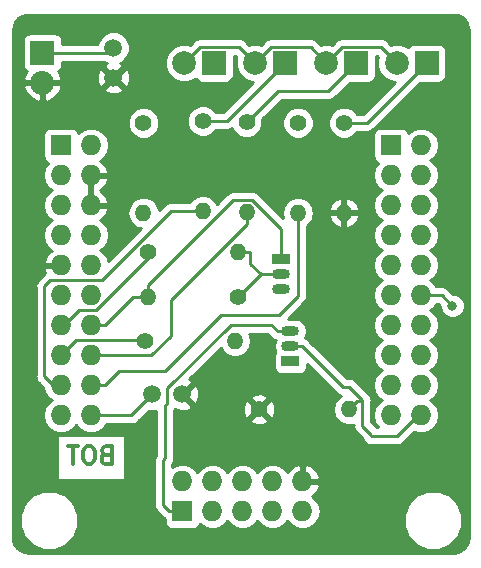
<source format=gbl>
G04 #@! TF.GenerationSoftware,KiCad,Pcbnew,(5.0.0)*
G04 #@! TF.CreationDate,2019-04-22T16:32:08+09:00*
G04 #@! TF.ProjectId,USBi_Programmer,555342695F50726F6772616D6D65722E,rev?*
G04 #@! TF.SameCoordinates,Original*
G04 #@! TF.FileFunction,Copper,L2,Bot,Signal*
G04 #@! TF.FilePolarity,Positive*
%FSLAX46Y46*%
G04 Gerber Fmt 4.6, Leading zero omitted, Abs format (unit mm)*
G04 Created by KiCad (PCBNEW (5.0.0)) date 04/22/19 16:32:08*
%MOMM*%
%LPD*%
G01*
G04 APERTURE LIST*
G04 #@! TA.AperFunction,NonConductor*
%ADD10C,0.300000*%
G04 #@! TD*
G04 #@! TA.AperFunction,ComponentPad*
%ADD11O,1.500000X0.900000*%
G04 #@! TD*
G04 #@! TA.AperFunction,ComponentPad*
%ADD12R,1.500000X0.900000*%
G04 #@! TD*
G04 #@! TA.AperFunction,ComponentPad*
%ADD13C,1.501140*%
G04 #@! TD*
G04 #@! TA.AperFunction,ComponentPad*
%ADD14R,2.000000X2.000000*%
G04 #@! TD*
G04 #@! TA.AperFunction,ComponentPad*
%ADD15C,2.000000*%
G04 #@! TD*
G04 #@! TA.AperFunction,ComponentPad*
%ADD16O,1.727200X1.727200*%
G04 #@! TD*
G04 #@! TA.AperFunction,ComponentPad*
%ADD17R,1.727200X1.727200*%
G04 #@! TD*
G04 #@! TA.AperFunction,ComponentPad*
%ADD18R,2.032000X2.032000*%
G04 #@! TD*
G04 #@! TA.AperFunction,ComponentPad*
%ADD19O,2.032000X2.032000*%
G04 #@! TD*
G04 #@! TA.AperFunction,ComponentPad*
%ADD20O,1.400000X1.400000*%
G04 #@! TD*
G04 #@! TA.AperFunction,ComponentPad*
%ADD21C,1.400000*%
G04 #@! TD*
G04 #@! TA.AperFunction,ViaPad*
%ADD22C,0.800000*%
G04 #@! TD*
G04 #@! TA.AperFunction,Conductor*
%ADD23C,0.250000*%
G04 #@! TD*
G04 #@! TA.AperFunction,Conductor*
%ADD24C,0.254000*%
G04 #@! TD*
G04 APERTURE END LIST*
D10*
X108565000Y-170961857D02*
X108350714Y-171033285D01*
X108279285Y-171104714D01*
X108207857Y-171247571D01*
X108207857Y-171461857D01*
X108279285Y-171604714D01*
X108350714Y-171676142D01*
X108493571Y-171747571D01*
X109065000Y-171747571D01*
X109065000Y-170247571D01*
X108565000Y-170247571D01*
X108422142Y-170319000D01*
X108350714Y-170390428D01*
X108279285Y-170533285D01*
X108279285Y-170676142D01*
X108350714Y-170819000D01*
X108422142Y-170890428D01*
X108565000Y-170961857D01*
X109065000Y-170961857D01*
X107279285Y-170247571D02*
X106993571Y-170247571D01*
X106850714Y-170319000D01*
X106707857Y-170461857D01*
X106636428Y-170747571D01*
X106636428Y-171247571D01*
X106707857Y-171533285D01*
X106850714Y-171676142D01*
X106993571Y-171747571D01*
X107279285Y-171747571D01*
X107422142Y-171676142D01*
X107565000Y-171533285D01*
X107636428Y-171247571D01*
X107636428Y-170747571D01*
X107565000Y-170461857D01*
X107422142Y-170319000D01*
X107279285Y-170247571D01*
X106207857Y-170247571D02*
X105350714Y-170247571D01*
X105779285Y-171747571D02*
X105779285Y-170247571D01*
D11*
G04 #@! TO.P,Q1,2*
G04 #@! TO.N,USB_PWR_ON*
X124206000Y-161798000D03*
G04 #@! TO.P,Q1,3*
G04 #@! TO.N,Net-(P2-Pad1)*
X124206000Y-160528000D03*
D12*
G04 #@! TO.P,Q1,1*
G04 #@! TO.N,SCL*
X124206000Y-163068000D03*
G04 #@! TD*
D13*
G04 #@! TO.P,C1,2*
G04 #@! TO.N,GND*
X109220000Y-139065000D03*
G04 #@! TO.P,C1,1*
G04 #@! TO.N,+5VD*
X109220000Y-136525000D03*
G04 #@! TD*
D14*
G04 #@! TO.P,D1,1*
G04 #@! TO.N,Net-(D1-Pad1)*
X129779000Y-137811000D03*
D15*
G04 #@! TO.P,D1,2*
G04 #@! TO.N,+3V3*
X127239000Y-137811000D03*
G04 #@! TD*
D14*
G04 #@! TO.P,D2,1*
G04 #@! TO.N,Net-(D2-Pad1)*
X123739000Y-137811000D03*
D15*
G04 #@! TO.P,D2,2*
G04 #@! TO.N,+3V3*
X121199000Y-137811000D03*
G04 #@! TD*
D14*
G04 #@! TO.P,D3,1*
G04 #@! TO.N,Net-(D3-Pad1)*
X117739000Y-137811000D03*
D15*
G04 #@! TO.P,D3,2*
G04 #@! TO.N,+3V3*
X115199000Y-137811000D03*
G04 #@! TD*
D14*
G04 #@! TO.P,D4,1*
G04 #@! TO.N,Net-(D4-Pad1)*
X135739000Y-137811000D03*
D15*
G04 #@! TO.P,D4,2*
G04 #@! TO.N,+3V3*
X133199000Y-137811000D03*
G04 #@! TD*
D13*
G04 #@! TO.P,C2,2*
G04 #@! TO.N,GND*
X115062000Y-165862000D03*
G04 #@! TO.P,C2,1*
G04 #@! TO.N,+3V3*
X112522000Y-165862000D03*
G04 #@! TD*
D16*
G04 #@! TO.P,P1,20*
G04 #@! TO.N,+3V3*
X107315000Y-167640000D03*
G04 #@! TO.P,P1,19*
G04 #@! TO.N,N/C*
X104775000Y-167640000D03*
G04 #@! TO.P,P1,18*
G04 #@! TO.N,LED_3*
X107315000Y-165100000D03*
G04 #@! TO.P,P1,17*
G04 #@! TO.N,LED_2*
X104775000Y-165100000D03*
G04 #@! TO.P,P1,16*
G04 #@! TO.N,LED_1*
X107315000Y-162560000D03*
G04 #@! TO.P,P1,15*
G04 #@! TO.N,Net-(P1-Pad15)*
X104775000Y-162560000D03*
G04 #@! TO.P,P1,14*
G04 #@! TO.N,SDA*
X107315000Y-160020000D03*
G04 #@! TO.P,P1,13*
G04 #@! TO.N,SCL*
X104775000Y-160020000D03*
G04 #@! TO.P,P1,12*
G04 #@! TO.N,N/C*
X107315000Y-157480000D03*
G04 #@! TO.P,P1,11*
G04 #@! TO.N,GND*
X104775000Y-157480000D03*
G04 #@! TO.P,P1,10*
G04 #@! TO.N,N/C*
X107315000Y-154940000D03*
G04 #@! TO.P,P1,9*
G04 #@! TO.N,GND*
X104775000Y-154940000D03*
G04 #@! TO.P,P1,8*
G04 #@! TO.N,N/C*
X107315000Y-152400000D03*
G04 #@! TO.P,P1,7*
X104775000Y-152400000D03*
G04 #@! TO.P,P1,6*
G04 #@! TO.N,GND*
X107315000Y-149860000D03*
G04 #@! TO.P,P1,5*
G04 #@! TO.N,Net-(P1-Pad5)*
X104775000Y-149860000D03*
G04 #@! TO.P,P1,4*
G04 #@! TO.N,GND*
X107315000Y-147320000D03*
G04 #@! TO.P,P1,3*
G04 #@! TO.N,N/C*
X104775000Y-147320000D03*
G04 #@! TO.P,P1,2*
X107315000Y-144780000D03*
D17*
G04 #@! TO.P,P1,1*
X104775000Y-144780000D03*
G04 #@! TD*
G04 #@! TO.P,P2,1*
G04 #@! TO.N,Net-(P2-Pad1)*
X115062000Y-175768000D03*
D16*
G04 #@! TO.P,P2,2*
G04 #@! TO.N,USB_CLK*
X115062000Y-173228000D03*
G04 #@! TO.P,P2,3*
G04 #@! TO.N,Net-(P2-Pad3)*
X117602000Y-175768000D03*
G04 #@! TO.P,P2,4*
G04 #@! TO.N,+5VD*
X117602000Y-173228000D03*
G04 #@! TO.P,P2,5*
G04 #@! TO.N,COUT*
X120142000Y-175768000D03*
G04 #@! TO.P,P2,6*
G04 #@! TO.N,BRD_~RESET*
X120142000Y-173228000D03*
G04 #@! TO.P,P2,7*
G04 #@! TO.N,CCLK*
X122682000Y-175768000D03*
G04 #@! TO.P,P2,8*
G04 #@! TO.N,CDATA*
X122682000Y-173228000D03*
G04 #@! TO.P,P2,9*
G04 #@! TO.N,~CLATCH1*
X125222000Y-175768000D03*
G04 #@! TO.P,P2,10*
G04 #@! TO.N,GND*
X125222000Y-173228000D03*
G04 #@! TD*
D18*
G04 #@! TO.P,P3,1*
G04 #@! TO.N,+5VD*
X103205000Y-136935000D03*
D19*
G04 #@! TO.P,P3,2*
G04 #@! TO.N,GND*
X103205000Y-139475000D03*
G04 #@! TD*
D17*
G04 #@! TO.P,P4,1*
G04 #@! TO.N,N/C*
X132715000Y-144780000D03*
D16*
G04 #@! TO.P,P4,2*
X135255000Y-144780000D03*
G04 #@! TO.P,P4,3*
X132715000Y-147320000D03*
G04 #@! TO.P,P4,4*
X135255000Y-147320000D03*
G04 #@! TO.P,P4,5*
X132715000Y-149860000D03*
G04 #@! TO.P,P4,6*
G04 #@! TO.N,CCLK*
X135255000Y-149860000D03*
G04 #@! TO.P,P4,7*
G04 #@! TO.N,N/C*
X132715000Y-152400000D03*
G04 #@! TO.P,P4,8*
X135255000Y-152400000D03*
G04 #@! TO.P,P4,9*
X132715000Y-154940000D03*
G04 #@! TO.P,P4,10*
X135255000Y-154940000D03*
G04 #@! TO.P,P4,11*
G04 #@! TO.N,~CLATCH1*
X132715000Y-157480000D03*
G04 #@! TO.P,P4,12*
G04 #@! TO.N,COUT*
X135255000Y-157480000D03*
G04 #@! TO.P,P4,13*
G04 #@! TO.N,CDATA*
X132715000Y-160020000D03*
G04 #@! TO.P,P4,14*
G04 #@! TO.N,N/C*
X135255000Y-160020000D03*
G04 #@! TO.P,P4,15*
X132715000Y-162560000D03*
G04 #@! TO.P,P4,16*
X135255000Y-162560000D03*
G04 #@! TO.P,P4,17*
X132715000Y-165100000D03*
G04 #@! TO.P,P4,18*
X135255000Y-165100000D03*
G04 #@! TO.P,P4,19*
X132715000Y-167640000D03*
G04 #@! TO.P,P4,20*
G04 #@! TO.N,USB_PWR_ON*
X135255000Y-167640000D03*
G04 #@! TD*
D20*
G04 #@! TO.P,R1,2*
G04 #@! TO.N,USB_CLK*
X111760000Y-150495000D03*
D21*
G04 #@! TO.P,R1,1*
G04 #@! TO.N,Net-(P1-Pad5)*
X111760000Y-142875000D03*
G04 #@! TD*
G04 #@! TO.P,R2,1*
G04 #@! TO.N,Net-(P1-Pad15)*
X111887000Y-161370000D03*
D20*
G04 #@! TO.P,R2,2*
G04 #@! TO.N,BRD_~RESET*
X119507000Y-161370000D03*
G04 #@! TD*
D21*
G04 #@! TO.P,R3,1*
G04 #@! TO.N,SCL*
X112149000Y-153797000D03*
D20*
G04 #@! TO.P,R3,2*
G04 #@! TO.N,USB_PWR_ON*
X119769000Y-153797000D03*
G04 #@! TD*
G04 #@! TO.P,R4,2*
G04 #@! TO.N,SDA*
X112171000Y-157622000D03*
D21*
G04 #@! TO.P,R4,1*
G04 #@! TO.N,USB_PWR_ON*
X119791000Y-157622000D03*
G04 #@! TD*
D20*
G04 #@! TO.P,R5,2*
G04 #@! TO.N,LED_1*
X120487000Y-150444000D03*
D21*
G04 #@! TO.P,R5,1*
G04 #@! TO.N,Net-(D1-Pad1)*
X120487000Y-142824000D03*
G04 #@! TD*
D20*
G04 #@! TO.P,R6,2*
G04 #@! TO.N,LED_2*
X116784000Y-150340000D03*
D21*
G04 #@! TO.P,R6,1*
G04 #@! TO.N,Net-(D2-Pad1)*
X116784000Y-142720000D03*
G04 #@! TD*
G04 #@! TO.P,R7,1*
G04 #@! TO.N,Net-(D3-Pad1)*
X124841000Y-142875000D03*
D20*
G04 #@! TO.P,R7,2*
G04 #@! TO.N,LED_3*
X124841000Y-150495000D03*
G04 #@! TD*
D21*
G04 #@! TO.P,R8,1*
G04 #@! TO.N,GND*
X121539000Y-167132000D03*
D20*
G04 #@! TO.P,R8,2*
G04 #@! TO.N,USB_PWR_ON*
X129159000Y-167132000D03*
G04 #@! TD*
G04 #@! TO.P,R9,2*
G04 #@! TO.N,GND*
X128735000Y-150495000D03*
D21*
G04 #@! TO.P,R9,1*
G04 #@! TO.N,Net-(D4-Pad1)*
X128735000Y-142875000D03*
G04 #@! TD*
D12*
G04 #@! TO.P,Q2,1*
G04 #@! TO.N,SDA*
X123444000Y-154432000D03*
D11*
G04 #@! TO.P,Q2,3*
G04 #@! TO.N,Net-(P2-Pad3)*
X123444000Y-156972000D03*
G04 #@! TO.P,Q2,2*
G04 #@! TO.N,USB_PWR_ON*
X123444000Y-155702000D03*
G04 #@! TD*
D22*
G04 #@! TO.N,COUT*
X137922000Y-158369000D03*
G04 #@! TD*
D23*
G04 #@! TO.N,+5VD*
X103205000Y-136935000D02*
X108810000Y-136935000D01*
X108810000Y-136935000D02*
X109220000Y-136525000D01*
G04 #@! TO.N,Net-(D1-Pad1)*
X120487000Y-142824000D02*
X123132000Y-140179000D01*
X123132000Y-140179000D02*
X127411000Y-140179000D01*
X127411000Y-140179000D02*
X129779000Y-137811000D01*
G04 #@! TO.N,+3V3*
X127239000Y-137811000D02*
X125913600Y-136485600D01*
X125913600Y-136485600D02*
X122524400Y-136485600D01*
X122524400Y-136485600D02*
X121199000Y-137811000D01*
X133199000Y-137811000D02*
X131873600Y-136485600D01*
X131873600Y-136485600D02*
X128564400Y-136485600D01*
X128564400Y-136485600D02*
X127239000Y-137811000D01*
X115199000Y-137811000D02*
X116524400Y-136485600D01*
X116524400Y-136485600D02*
X119873600Y-136485600D01*
X119873600Y-136485600D02*
X121199000Y-137811000D01*
X107315000Y-167640000D02*
X110744000Y-167640000D01*
X110744000Y-167640000D02*
X112522000Y-165862000D01*
G04 #@! TO.N,Net-(D2-Pad1)*
X116784000Y-142720000D02*
X118830000Y-142720000D01*
X118830000Y-142720000D02*
X123739000Y-137811000D01*
G04 #@! TO.N,Net-(D4-Pad1)*
X128735000Y-142875000D02*
X130675000Y-142875000D01*
X130675000Y-142875000D02*
X135739000Y-137811000D01*
G04 #@! TO.N,SCL*
X105029000Y-160020000D02*
X104775000Y-160020000D01*
X106299000Y-158750000D02*
X105029000Y-160020000D01*
X107753300Y-158750000D02*
X106299000Y-158750000D01*
X112149000Y-153797000D02*
X112149000Y-154354300D01*
X112149000Y-154354300D02*
X107753300Y-158750000D01*
G04 #@! TO.N,SDA*
X112171000Y-157622000D02*
X112171000Y-156596700D01*
X123444000Y-154432000D02*
X123444000Y-151892000D01*
X123444000Y-151892000D02*
X120962600Y-149410600D01*
X120962600Y-149410600D02*
X119357100Y-149410600D01*
X119357100Y-149410600D02*
X112171000Y-156596700D01*
X107315000Y-160020000D02*
X108503900Y-160020000D01*
X112171000Y-157622000D02*
X110901900Y-157622000D01*
X110901900Y-157622000D02*
X108503900Y-160020000D01*
G04 #@! TO.N,Net-(P1-Pad15)*
X106045000Y-161290000D02*
X104775000Y-162560000D01*
X111887000Y-161370000D02*
X111807000Y-161290000D01*
X111807000Y-161290000D02*
X106045000Y-161290000D01*
G04 #@! TO.N,LED_1*
X112395000Y-162560000D02*
X107315000Y-162560000D01*
X114070400Y-160884600D02*
X112395000Y-162560000D01*
X114070400Y-157885900D02*
X114070400Y-160884600D01*
X120487000Y-150444000D02*
X120487000Y-151469300D01*
X120487000Y-151469300D02*
X114070400Y-157885900D01*
G04 #@! TO.N,LED_2*
X114079100Y-150340000D02*
X116784000Y-150340000D01*
X104140000Y-165100000D02*
X103378000Y-164338000D01*
X104775000Y-165100000D02*
X104140000Y-165100000D01*
X103378000Y-164338000D02*
X103378000Y-156718000D01*
X103378000Y-156718000D02*
X103886000Y-156210000D01*
X103886000Y-156210000D02*
X108209100Y-156210000D01*
X108209100Y-156210000D02*
X114079100Y-150340000D01*
G04 #@! TO.N,LED_3*
X124841000Y-157492800D02*
X124841000Y-150495000D01*
X108503900Y-165100000D02*
X109692800Y-163911100D01*
X107315000Y-165100000D02*
X108503900Y-165100000D01*
X109692800Y-163911100D02*
X113583900Y-163911100D01*
X113583900Y-163911100D02*
X118364000Y-159131000D01*
X118364000Y-159131000D02*
X123202800Y-159131000D01*
X123202800Y-159131000D02*
X124841000Y-157492800D01*
G04 #@! TO.N,Net-(P2-Pad1)*
X122554854Y-159952154D02*
X123130700Y-160528000D01*
X119193846Y-159952154D02*
X122554854Y-159952154D01*
X113792000Y-165354000D02*
X119193846Y-159952154D01*
X123130700Y-160528000D02*
X124206000Y-160528000D01*
X113792000Y-166624000D02*
X113792000Y-165354000D01*
X113948400Y-175768000D02*
X113411000Y-175230600D01*
X113411000Y-175230600D02*
X113411000Y-171450000D01*
X115062000Y-175768000D02*
X113948400Y-175768000D01*
X113411000Y-171450000D02*
X113597571Y-171263429D01*
X113597571Y-171263429D02*
X113597571Y-166818429D01*
X113597571Y-166818429D02*
X113792000Y-166624000D01*
G04 #@! TO.N,COUT*
X137033000Y-157480000D02*
X135001000Y-157480000D01*
X137922000Y-158369000D02*
X137033000Y-157480000D01*
G04 #@! TO.N,USB_PWR_ON*
X121711000Y-155702000D02*
X119791000Y-157622000D01*
X123444000Y-155702000D02*
X121711000Y-155702000D01*
X121711000Y-155702000D02*
X120794300Y-154785300D01*
X120794300Y-154785300D02*
X120794300Y-153797000D01*
X119769000Y-153797000D02*
X120794300Y-153797000D01*
X133223000Y-169418000D02*
X135001000Y-167640000D01*
X131064000Y-169291000D02*
X131064000Y-169418000D01*
X131064000Y-169418000D02*
X133223000Y-169418000D01*
X130302000Y-166370000D02*
X130302000Y-168529000D01*
X130302000Y-168529000D02*
X131064000Y-169291000D01*
X129159000Y-165227000D02*
X130302000Y-166370000D01*
X130239999Y-166432001D02*
X130302000Y-166370000D01*
X129858999Y-166432001D02*
X130239999Y-166432001D01*
X129159000Y-167132000D02*
X129858999Y-166432001D01*
X128635000Y-165227000D02*
X129159000Y-165227000D01*
X125206000Y-161798000D02*
X128635000Y-165227000D01*
X124206000Y-161798000D02*
X125206000Y-161798000D01*
G04 #@! TD*
D24*
G04 #@! TO.N,GND*
G36*
X138360027Y-133768803D02*
X138691110Y-133919338D01*
X138966639Y-134156749D01*
X139164456Y-134461944D01*
X139275700Y-134833917D01*
X139290001Y-135026362D01*
X139290000Y-177949420D01*
X139231197Y-178360027D01*
X139080661Y-178691112D01*
X138843251Y-178966639D01*
X138538056Y-179164456D01*
X138166083Y-179275700D01*
X137973652Y-179290000D01*
X102050580Y-179290000D01*
X101639973Y-179231197D01*
X101308888Y-179080661D01*
X101033361Y-178843251D01*
X100835544Y-178538056D01*
X100724300Y-178166083D01*
X100710000Y-177973652D01*
X100710000Y-176035703D01*
X101274000Y-176035703D01*
X101274000Y-177024297D01*
X101652319Y-177937639D01*
X102351361Y-178636681D01*
X103264703Y-179015000D01*
X104253297Y-179015000D01*
X105166639Y-178636681D01*
X105865681Y-177937639D01*
X106244000Y-177024297D01*
X106244000Y-176035703D01*
X105865681Y-175122361D01*
X105166639Y-174423319D01*
X104253297Y-174045000D01*
X103264703Y-174045000D01*
X102351361Y-174423319D01*
X101652319Y-175122361D01*
X101274000Y-176035703D01*
X100710000Y-176035703D01*
X100710000Y-169279000D01*
X104422857Y-169279000D01*
X104422857Y-173099000D01*
X110207143Y-173099000D01*
X110207143Y-169279000D01*
X104422857Y-169279000D01*
X100710000Y-169279000D01*
X100710000Y-156718000D01*
X102603112Y-156718000D01*
X102618001Y-156792852D01*
X102618000Y-164263153D01*
X102603112Y-164338000D01*
X102618000Y-164412847D01*
X102618000Y-164412851D01*
X102662096Y-164634536D01*
X102830071Y-164885929D01*
X102893530Y-164928331D01*
X103292193Y-165326995D01*
X103363350Y-165684725D01*
X103694570Y-166180430D01*
X103978281Y-166370000D01*
X103694570Y-166559570D01*
X103363350Y-167055275D01*
X103247041Y-167640000D01*
X103363350Y-168224725D01*
X103694570Y-168720430D01*
X104190275Y-169051650D01*
X104627402Y-169138600D01*
X104922598Y-169138600D01*
X105359725Y-169051650D01*
X105855430Y-168720430D01*
X106045000Y-168436719D01*
X106234570Y-168720430D01*
X106730275Y-169051650D01*
X107167402Y-169138600D01*
X107462598Y-169138600D01*
X107899725Y-169051650D01*
X108395430Y-168720430D01*
X108609535Y-168400000D01*
X110669153Y-168400000D01*
X110744000Y-168414888D01*
X110818847Y-168400000D01*
X110818852Y-168400000D01*
X111040537Y-168355904D01*
X111291929Y-168187929D01*
X111334331Y-168124470D01*
X112221530Y-167237271D01*
X112246393Y-167247570D01*
X112797607Y-167247570D01*
X112837572Y-167231016D01*
X112837571Y-170940236D01*
X112820672Y-170965527D01*
X112820671Y-170965528D01*
X112695097Y-171153463D01*
X112636112Y-171450000D01*
X112651001Y-171524852D01*
X112651000Y-175155753D01*
X112636112Y-175230600D01*
X112651000Y-175305447D01*
X112651000Y-175305451D01*
X112695096Y-175527136D01*
X112863071Y-175778529D01*
X112926529Y-175820930D01*
X113358072Y-176252475D01*
X113400471Y-176315929D01*
X113463924Y-176358327D01*
X113463926Y-176358329D01*
X113550960Y-176416483D01*
X113550960Y-176631600D01*
X113600243Y-176879365D01*
X113740591Y-177089409D01*
X113950635Y-177229757D01*
X114198400Y-177279040D01*
X115925600Y-177279040D01*
X116173365Y-177229757D01*
X116383409Y-177089409D01*
X116523757Y-176879365D01*
X116528932Y-176853349D01*
X117017275Y-177179650D01*
X117454402Y-177266600D01*
X117749598Y-177266600D01*
X118186725Y-177179650D01*
X118682430Y-176848430D01*
X118872000Y-176564719D01*
X119061570Y-176848430D01*
X119557275Y-177179650D01*
X119994402Y-177266600D01*
X120289598Y-177266600D01*
X120726725Y-177179650D01*
X121222430Y-176848430D01*
X121412000Y-176564719D01*
X121601570Y-176848430D01*
X122097275Y-177179650D01*
X122534402Y-177266600D01*
X122829598Y-177266600D01*
X123266725Y-177179650D01*
X123762430Y-176848430D01*
X123952000Y-176564719D01*
X124141570Y-176848430D01*
X124637275Y-177179650D01*
X125074402Y-177266600D01*
X125369598Y-177266600D01*
X125806725Y-177179650D01*
X126302430Y-176848430D01*
X126633650Y-176352725D01*
X126696709Y-176035703D01*
X133786000Y-176035703D01*
X133786000Y-177024297D01*
X134164319Y-177937639D01*
X134863361Y-178636681D01*
X135776703Y-179015000D01*
X136765297Y-179015000D01*
X137678639Y-178636681D01*
X138377681Y-177937639D01*
X138756000Y-177024297D01*
X138756000Y-176035703D01*
X138377681Y-175122361D01*
X137678639Y-174423319D01*
X136765297Y-174045000D01*
X135776703Y-174045000D01*
X134863361Y-174423319D01*
X134164319Y-175122361D01*
X133786000Y-176035703D01*
X126696709Y-176035703D01*
X126749959Y-175768000D01*
X126633650Y-175183275D01*
X126302430Y-174687570D01*
X126014174Y-174494963D01*
X126428821Y-174116490D01*
X126676968Y-173587027D01*
X126556469Y-173355000D01*
X125349000Y-173355000D01*
X125349000Y-173375000D01*
X125095000Y-173375000D01*
X125095000Y-173355000D01*
X125075000Y-173355000D01*
X125075000Y-173101000D01*
X125095000Y-173101000D01*
X125095000Y-171894183D01*
X125349000Y-171894183D01*
X125349000Y-173101000D01*
X126556469Y-173101000D01*
X126676968Y-172868973D01*
X126428821Y-172339510D01*
X125996947Y-171945312D01*
X125581026Y-171773042D01*
X125349000Y-171894183D01*
X125095000Y-171894183D01*
X124862974Y-171773042D01*
X124447053Y-171945312D01*
X124015179Y-172339510D01*
X123963854Y-172449021D01*
X123762430Y-172147570D01*
X123266725Y-171816350D01*
X122829598Y-171729400D01*
X122534402Y-171729400D01*
X122097275Y-171816350D01*
X121601570Y-172147570D01*
X121412000Y-172431281D01*
X121222430Y-172147570D01*
X120726725Y-171816350D01*
X120289598Y-171729400D01*
X119994402Y-171729400D01*
X119557275Y-171816350D01*
X119061570Y-172147570D01*
X118872000Y-172431281D01*
X118682430Y-172147570D01*
X118186725Y-171816350D01*
X117749598Y-171729400D01*
X117454402Y-171729400D01*
X117017275Y-171816350D01*
X116521570Y-172147570D01*
X116332000Y-172431281D01*
X116142430Y-172147570D01*
X115646725Y-171816350D01*
X115209598Y-171729400D01*
X114914402Y-171729400D01*
X114477275Y-171816350D01*
X114171000Y-172020997D01*
X114171000Y-171773195D01*
X114313475Y-171559966D01*
X114357571Y-171338281D01*
X114357571Y-171338277D01*
X114372459Y-171263430D01*
X114357571Y-171188583D01*
X114357571Y-168067275D01*
X120783331Y-168067275D01*
X120845169Y-168303042D01*
X121346122Y-168479419D01*
X121876440Y-168450664D01*
X122232831Y-168303042D01*
X122294669Y-168067275D01*
X121539000Y-167311605D01*
X120783331Y-168067275D01*
X114357571Y-168067275D01*
X114357571Y-167145526D01*
X114391867Y-167094198D01*
X114857034Y-167259767D01*
X115407538Y-167231805D01*
X115786265Y-167074931D01*
X115824618Y-166939122D01*
X120191581Y-166939122D01*
X120220336Y-167469440D01*
X120367958Y-167825831D01*
X120603725Y-167887669D01*
X121359395Y-167132000D01*
X121718605Y-167132000D01*
X122474275Y-167887669D01*
X122710042Y-167825831D01*
X122886419Y-167324878D01*
X122857664Y-166794560D01*
X122710042Y-166438169D01*
X122474275Y-166376331D01*
X121718605Y-167132000D01*
X121359395Y-167132000D01*
X120603725Y-166376331D01*
X120367958Y-166438169D01*
X120191581Y-166939122D01*
X115824618Y-166939122D01*
X115854325Y-166833930D01*
X115062000Y-166041605D01*
X115047858Y-166055748D01*
X114868253Y-165876143D01*
X114882395Y-165862000D01*
X115241605Y-165862000D01*
X116033930Y-166654325D01*
X116274931Y-166586265D01*
X116413581Y-166196725D01*
X120783331Y-166196725D01*
X121539000Y-166952395D01*
X122294669Y-166196725D01*
X122232831Y-165960958D01*
X121731878Y-165784581D01*
X121201560Y-165813336D01*
X120845169Y-165960958D01*
X120783331Y-166196725D01*
X116413581Y-166196725D01*
X116459767Y-166066966D01*
X116431805Y-165516462D01*
X116274931Y-165137735D01*
X116033930Y-165069675D01*
X115241605Y-165862000D01*
X114882395Y-165862000D01*
X114868253Y-165847858D01*
X115047858Y-165668253D01*
X115062000Y-165682395D01*
X115854325Y-164890070D01*
X115786265Y-164649069D01*
X115628047Y-164592754D01*
X118281683Y-161939119D01*
X118544519Y-162332481D01*
X118986109Y-162627542D01*
X119375515Y-162705000D01*
X119638485Y-162705000D01*
X120027891Y-162627542D01*
X120469481Y-162332481D01*
X120764542Y-161890891D01*
X120868154Y-161370000D01*
X120764542Y-160849109D01*
X120673032Y-160712154D01*
X122240053Y-160712154D01*
X122540371Y-161012473D01*
X122582771Y-161075929D01*
X122834163Y-161243904D01*
X122955227Y-161267985D01*
X122883953Y-161374654D01*
X122799744Y-161798000D01*
X122883953Y-162221346D01*
X122920640Y-162276253D01*
X122857843Y-162370235D01*
X122808560Y-162618000D01*
X122808560Y-163518000D01*
X122857843Y-163765765D01*
X122998191Y-163975809D01*
X123208235Y-164116157D01*
X123456000Y-164165440D01*
X124956000Y-164165440D01*
X125203765Y-164116157D01*
X125413809Y-163975809D01*
X125554157Y-163765765D01*
X125603440Y-163518000D01*
X125603440Y-163270242D01*
X128044673Y-165711476D01*
X128087071Y-165774929D01*
X128150524Y-165817327D01*
X128150526Y-165817329D01*
X128236026Y-165874458D01*
X128338463Y-165942904D01*
X128490432Y-165973133D01*
X128196519Y-166169519D01*
X127901458Y-166611109D01*
X127797846Y-167132000D01*
X127901458Y-167652891D01*
X128196519Y-168094481D01*
X128638109Y-168389542D01*
X129027515Y-168467000D01*
X129290485Y-168467000D01*
X129542001Y-168416970D01*
X129542001Y-168454148D01*
X129527112Y-168529000D01*
X129586097Y-168825537D01*
X129698971Y-168994464D01*
X129754072Y-169076929D01*
X129817528Y-169119329D01*
X130332046Y-169633848D01*
X130348096Y-169714537D01*
X130516071Y-169965929D01*
X130767463Y-170133904D01*
X130989148Y-170178000D01*
X131064000Y-170192889D01*
X131138852Y-170178000D01*
X133148153Y-170178000D01*
X133223000Y-170192888D01*
X133297847Y-170178000D01*
X133297852Y-170178000D01*
X133519537Y-170133904D01*
X133770929Y-169965929D01*
X133813331Y-169902470D01*
X134666604Y-169049197D01*
X134670275Y-169051650D01*
X135107402Y-169138600D01*
X135402598Y-169138600D01*
X135839725Y-169051650D01*
X136335430Y-168720430D01*
X136666650Y-168224725D01*
X136782959Y-167640000D01*
X136666650Y-167055275D01*
X136335430Y-166559570D01*
X136051719Y-166370000D01*
X136335430Y-166180430D01*
X136666650Y-165684725D01*
X136782959Y-165100000D01*
X136666650Y-164515275D01*
X136335430Y-164019570D01*
X136051719Y-163830000D01*
X136335430Y-163640430D01*
X136666650Y-163144725D01*
X136782959Y-162560000D01*
X136666650Y-161975275D01*
X136335430Y-161479570D01*
X136051719Y-161290000D01*
X136335430Y-161100430D01*
X136666650Y-160604725D01*
X136782959Y-160020000D01*
X136666650Y-159435275D01*
X136335430Y-158939570D01*
X136051719Y-158750000D01*
X136335430Y-158560430D01*
X136549535Y-158240000D01*
X136718199Y-158240000D01*
X136887000Y-158408801D01*
X136887000Y-158574874D01*
X137044569Y-158955280D01*
X137335720Y-159246431D01*
X137716126Y-159404000D01*
X138127874Y-159404000D01*
X138508280Y-159246431D01*
X138799431Y-158955280D01*
X138957000Y-158574874D01*
X138957000Y-158163126D01*
X138799431Y-157782720D01*
X138508280Y-157491569D01*
X138127874Y-157334000D01*
X137961801Y-157334000D01*
X137623331Y-156995530D01*
X137580929Y-156932071D01*
X137329537Y-156764096D01*
X137107852Y-156720000D01*
X137107847Y-156720000D01*
X137033000Y-156705112D01*
X136958153Y-156720000D01*
X136549535Y-156720000D01*
X136335430Y-156399570D01*
X136051719Y-156210000D01*
X136335430Y-156020430D01*
X136666650Y-155524725D01*
X136782959Y-154940000D01*
X136666650Y-154355275D01*
X136335430Y-153859570D01*
X136051719Y-153670000D01*
X136335430Y-153480430D01*
X136666650Y-152984725D01*
X136782959Y-152400000D01*
X136666650Y-151815275D01*
X136335430Y-151319570D01*
X136051719Y-151130000D01*
X136335430Y-150940430D01*
X136666650Y-150444725D01*
X136782959Y-149860000D01*
X136666650Y-149275275D01*
X136335430Y-148779570D01*
X136051719Y-148590000D01*
X136335430Y-148400430D01*
X136666650Y-147904725D01*
X136782959Y-147320000D01*
X136666650Y-146735275D01*
X136335430Y-146239570D01*
X136051719Y-146050000D01*
X136335430Y-145860430D01*
X136666650Y-145364725D01*
X136782959Y-144780000D01*
X136666650Y-144195275D01*
X136335430Y-143699570D01*
X135839725Y-143368350D01*
X135402598Y-143281400D01*
X135107402Y-143281400D01*
X134670275Y-143368350D01*
X134181932Y-143694651D01*
X134176757Y-143668635D01*
X134036409Y-143458591D01*
X133826365Y-143318243D01*
X133578600Y-143268960D01*
X131851400Y-143268960D01*
X131603635Y-143318243D01*
X131393591Y-143458591D01*
X131253243Y-143668635D01*
X131203960Y-143916400D01*
X131203960Y-145643600D01*
X131253243Y-145891365D01*
X131393591Y-146101409D01*
X131603635Y-146241757D01*
X131629651Y-146246932D01*
X131303350Y-146735275D01*
X131187041Y-147320000D01*
X131303350Y-147904725D01*
X131634570Y-148400430D01*
X131918281Y-148590000D01*
X131634570Y-148779570D01*
X131303350Y-149275275D01*
X131187041Y-149860000D01*
X131303350Y-150444725D01*
X131634570Y-150940430D01*
X131918281Y-151130000D01*
X131634570Y-151319570D01*
X131303350Y-151815275D01*
X131187041Y-152400000D01*
X131303350Y-152984725D01*
X131634570Y-153480430D01*
X131918281Y-153670000D01*
X131634570Y-153859570D01*
X131303350Y-154355275D01*
X131187041Y-154940000D01*
X131303350Y-155524725D01*
X131634570Y-156020430D01*
X131918281Y-156210000D01*
X131634570Y-156399570D01*
X131303350Y-156895275D01*
X131187041Y-157480000D01*
X131303350Y-158064725D01*
X131634570Y-158560430D01*
X131918281Y-158750000D01*
X131634570Y-158939570D01*
X131303350Y-159435275D01*
X131187041Y-160020000D01*
X131303350Y-160604725D01*
X131634570Y-161100430D01*
X131918281Y-161290000D01*
X131634570Y-161479570D01*
X131303350Y-161975275D01*
X131187041Y-162560000D01*
X131303350Y-163144725D01*
X131634570Y-163640430D01*
X131918281Y-163830000D01*
X131634570Y-164019570D01*
X131303350Y-164515275D01*
X131187041Y-165100000D01*
X131303350Y-165684725D01*
X131634570Y-166180430D01*
X131918281Y-166370000D01*
X131634570Y-166559570D01*
X131303350Y-167055275D01*
X131187041Y-167640000D01*
X131303350Y-168224725D01*
X131592856Y-168658000D01*
X131505802Y-168658000D01*
X131062000Y-168214199D01*
X131062000Y-166444848D01*
X131076888Y-166370000D01*
X131062000Y-166295152D01*
X131062000Y-166295148D01*
X131017904Y-166073463D01*
X130849929Y-165822071D01*
X130786473Y-165779671D01*
X129749331Y-164742530D01*
X129706929Y-164679071D01*
X129455537Y-164511096D01*
X129233852Y-164467000D01*
X129233847Y-164467000D01*
X129159000Y-164452112D01*
X129084153Y-164467000D01*
X128949803Y-164467000D01*
X125796331Y-161313530D01*
X125753929Y-161250071D01*
X125502537Y-161082096D01*
X125447939Y-161071236D01*
X125528047Y-160951346D01*
X125612256Y-160528000D01*
X125528047Y-160104654D01*
X125288241Y-159745759D01*
X124929346Y-159505953D01*
X124612861Y-159443000D01*
X123965601Y-159443000D01*
X125325473Y-158083129D01*
X125388929Y-158040729D01*
X125470576Y-157918536D01*
X125556904Y-157789338D01*
X125575300Y-157696852D01*
X125601000Y-157567652D01*
X125601000Y-157567648D01*
X125615888Y-157492800D01*
X125601000Y-157417952D01*
X125601000Y-151592774D01*
X125803481Y-151457481D01*
X126098542Y-151015891D01*
X126135850Y-150828331D01*
X127442273Y-150828331D01*
X127668236Y-151297663D01*
X128056604Y-151644797D01*
X128401671Y-151787716D01*
X128608000Y-151664374D01*
X128608000Y-150622000D01*
X128862000Y-150622000D01*
X128862000Y-151664374D01*
X129068329Y-151787716D01*
X129413396Y-151644797D01*
X129801764Y-151297663D01*
X130027727Y-150828331D01*
X129905206Y-150622000D01*
X128862000Y-150622000D01*
X128608000Y-150622000D01*
X127564794Y-150622000D01*
X127442273Y-150828331D01*
X126135850Y-150828331D01*
X126202154Y-150495000D01*
X126135851Y-150161669D01*
X127442273Y-150161669D01*
X127564794Y-150368000D01*
X128608000Y-150368000D01*
X128608000Y-149325626D01*
X128862000Y-149325626D01*
X128862000Y-150368000D01*
X129905206Y-150368000D01*
X130027727Y-150161669D01*
X129801764Y-149692337D01*
X129413396Y-149345203D01*
X129068329Y-149202284D01*
X128862000Y-149325626D01*
X128608000Y-149325626D01*
X128401671Y-149202284D01*
X128056604Y-149345203D01*
X127668236Y-149692337D01*
X127442273Y-150161669D01*
X126135851Y-150161669D01*
X126098542Y-149974109D01*
X125803481Y-149532519D01*
X125361891Y-149237458D01*
X124972485Y-149160000D01*
X124709515Y-149160000D01*
X124320109Y-149237458D01*
X123878519Y-149532519D01*
X123583458Y-149974109D01*
X123479846Y-150495000D01*
X123568750Y-150941948D01*
X121552931Y-148926130D01*
X121510529Y-148862671D01*
X121259137Y-148694696D01*
X121037452Y-148650600D01*
X121037447Y-148650600D01*
X120962600Y-148635712D01*
X120887753Y-148650600D01*
X119431946Y-148650600D01*
X119357099Y-148635712D01*
X119282252Y-148650600D01*
X119282248Y-148650600D01*
X119060563Y-148694696D01*
X118809171Y-148862671D01*
X118766771Y-148926127D01*
X117974350Y-149718549D01*
X117746481Y-149377519D01*
X117304891Y-149082458D01*
X116915485Y-149005000D01*
X116652515Y-149005000D01*
X116263109Y-149082458D01*
X115821519Y-149377519D01*
X115686226Y-149580000D01*
X114153948Y-149580000D01*
X114079100Y-149565112D01*
X114004252Y-149580000D01*
X114004248Y-149580000D01*
X113782563Y-149624096D01*
X113531171Y-149792071D01*
X113488771Y-149855527D01*
X113076050Y-150268248D01*
X113017542Y-149974109D01*
X112722481Y-149532519D01*
X112280891Y-149237458D01*
X111891485Y-149160000D01*
X111628515Y-149160000D01*
X111239109Y-149237458D01*
X110797519Y-149532519D01*
X110502458Y-149974109D01*
X110398846Y-150495000D01*
X110502458Y-151015891D01*
X110797519Y-151457481D01*
X111239109Y-151752542D01*
X111533248Y-151811050D01*
X108770181Y-154574118D01*
X108726650Y-154355275D01*
X108395430Y-153859570D01*
X108111719Y-153670000D01*
X108395430Y-153480430D01*
X108726650Y-152984725D01*
X108842959Y-152400000D01*
X108726650Y-151815275D01*
X108395430Y-151319570D01*
X108093979Y-151118146D01*
X108203490Y-151066821D01*
X108597688Y-150634947D01*
X108769958Y-150219026D01*
X108648817Y-149987000D01*
X107442000Y-149987000D01*
X107442000Y-150007000D01*
X107188000Y-150007000D01*
X107188000Y-149987000D01*
X107168000Y-149987000D01*
X107168000Y-149733000D01*
X107188000Y-149733000D01*
X107188000Y-147447000D01*
X107442000Y-147447000D01*
X107442000Y-149733000D01*
X108648817Y-149733000D01*
X108769958Y-149500974D01*
X108597688Y-149085053D01*
X108203490Y-148653179D01*
X108068687Y-148590000D01*
X108203490Y-148526821D01*
X108597688Y-148094947D01*
X108769958Y-147679026D01*
X108648817Y-147447000D01*
X107442000Y-147447000D01*
X107188000Y-147447000D01*
X107168000Y-147447000D01*
X107168000Y-147193000D01*
X107188000Y-147193000D01*
X107188000Y-147173000D01*
X107442000Y-147173000D01*
X107442000Y-147193000D01*
X108648817Y-147193000D01*
X108769958Y-146960974D01*
X108597688Y-146545053D01*
X108203490Y-146113179D01*
X108093979Y-146061854D01*
X108395430Y-145860430D01*
X108726650Y-145364725D01*
X108842959Y-144780000D01*
X108726650Y-144195275D01*
X108395430Y-143699570D01*
X107899725Y-143368350D01*
X107462598Y-143281400D01*
X107167402Y-143281400D01*
X106730275Y-143368350D01*
X106241932Y-143694651D01*
X106236757Y-143668635D01*
X106096409Y-143458591D01*
X105886365Y-143318243D01*
X105638600Y-143268960D01*
X103911400Y-143268960D01*
X103663635Y-143318243D01*
X103453591Y-143458591D01*
X103313243Y-143668635D01*
X103263960Y-143916400D01*
X103263960Y-145643600D01*
X103313243Y-145891365D01*
X103453591Y-146101409D01*
X103663635Y-146241757D01*
X103689651Y-146246932D01*
X103363350Y-146735275D01*
X103247041Y-147320000D01*
X103363350Y-147904725D01*
X103694570Y-148400430D01*
X103978281Y-148590000D01*
X103694570Y-148779570D01*
X103363350Y-149275275D01*
X103247041Y-149860000D01*
X103363350Y-150444725D01*
X103694570Y-150940430D01*
X103978281Y-151130000D01*
X103694570Y-151319570D01*
X103363350Y-151815275D01*
X103247041Y-152400000D01*
X103363350Y-152984725D01*
X103694570Y-153480430D01*
X103996021Y-153681854D01*
X103886510Y-153733179D01*
X103492312Y-154165053D01*
X103320042Y-154580974D01*
X103441183Y-154813000D01*
X104648000Y-154813000D01*
X104648000Y-154793000D01*
X104902000Y-154793000D01*
X104902000Y-154813000D01*
X104922000Y-154813000D01*
X104922000Y-155067000D01*
X104902000Y-155067000D01*
X104902000Y-155087000D01*
X104648000Y-155087000D01*
X104648000Y-155067000D01*
X103441183Y-155067000D01*
X103320042Y-155299026D01*
X103441725Y-155592811D01*
X103401526Y-155619671D01*
X103401524Y-155619673D01*
X103338071Y-155662071D01*
X103295672Y-155725525D01*
X102893527Y-156127672D01*
X102830072Y-156170071D01*
X102787672Y-156233527D01*
X102787671Y-156233528D01*
X102662097Y-156421463D01*
X102603112Y-156718000D01*
X100710000Y-156718000D01*
X100710000Y-142609452D01*
X110425000Y-142609452D01*
X110425000Y-143140548D01*
X110628242Y-143631217D01*
X111003783Y-144006758D01*
X111494452Y-144210000D01*
X112025548Y-144210000D01*
X112516217Y-144006758D01*
X112891758Y-143631217D01*
X113095000Y-143140548D01*
X113095000Y-142609452D01*
X112891758Y-142118783D01*
X112516217Y-141743242D01*
X112025548Y-141540000D01*
X111494452Y-141540000D01*
X111003783Y-141743242D01*
X110628242Y-142118783D01*
X110425000Y-142609452D01*
X100710000Y-142609452D01*
X100710000Y-139857944D01*
X101599025Y-139857944D01*
X101798615Y-140339818D01*
X102236621Y-140812188D01*
X102822054Y-141080983D01*
X103078000Y-140962367D01*
X103078000Y-139602000D01*
X103332000Y-139602000D01*
X103332000Y-140962367D01*
X103587946Y-141080983D01*
X104173379Y-140812188D01*
X104611385Y-140339818D01*
X104736839Y-140036930D01*
X108427675Y-140036930D01*
X108495735Y-140277931D01*
X109015034Y-140462767D01*
X109565538Y-140434805D01*
X109944265Y-140277931D01*
X110012325Y-140036930D01*
X109220000Y-139244605D01*
X108427675Y-140036930D01*
X104736839Y-140036930D01*
X104810975Y-139857944D01*
X104691836Y-139602000D01*
X103332000Y-139602000D01*
X103078000Y-139602000D01*
X101718164Y-139602000D01*
X101599025Y-139857944D01*
X100710000Y-139857944D01*
X100710000Y-135919000D01*
X101541560Y-135919000D01*
X101541560Y-137951000D01*
X101590843Y-138198765D01*
X101731191Y-138408809D01*
X101888113Y-138513662D01*
X101798615Y-138610182D01*
X101599025Y-139092056D01*
X101718164Y-139348000D01*
X103078000Y-139348000D01*
X103078000Y-139328000D01*
X103332000Y-139328000D01*
X103332000Y-139348000D01*
X104691836Y-139348000D01*
X104810975Y-139092056D01*
X104714873Y-138860034D01*
X107822233Y-138860034D01*
X107850195Y-139410538D01*
X108007069Y-139789265D01*
X108248070Y-139857325D01*
X109040395Y-139065000D01*
X109399605Y-139065000D01*
X110191930Y-139857325D01*
X110432931Y-139789265D01*
X110617767Y-139269966D01*
X110589805Y-138719462D01*
X110432931Y-138340735D01*
X110191930Y-138272675D01*
X109399605Y-139065000D01*
X109040395Y-139065000D01*
X108248070Y-138272675D01*
X108007069Y-138340735D01*
X107822233Y-138860034D01*
X104714873Y-138860034D01*
X104611385Y-138610182D01*
X104521887Y-138513662D01*
X104678809Y-138408809D01*
X104819157Y-138198765D01*
X104868440Y-137951000D01*
X104868440Y-137695000D01*
X108430508Y-137695000D01*
X108435138Y-137699630D01*
X108649447Y-137788399D01*
X108495735Y-137852069D01*
X108427675Y-138093070D01*
X109220000Y-138885395D01*
X110012325Y-138093070D01*
X109944265Y-137852069D01*
X109778921Y-137793218D01*
X110004862Y-137699630D01*
X110218714Y-137485778D01*
X113564000Y-137485778D01*
X113564000Y-138136222D01*
X113812914Y-138737153D01*
X114272847Y-139197086D01*
X114873778Y-139446000D01*
X115524222Y-139446000D01*
X116125153Y-139197086D01*
X116189962Y-139132277D01*
X116281191Y-139268809D01*
X116491235Y-139409157D01*
X116739000Y-139458440D01*
X118739000Y-139458440D01*
X118986765Y-139409157D01*
X119196809Y-139268809D01*
X119337157Y-139058765D01*
X119386440Y-138811000D01*
X119386440Y-137245600D01*
X119558799Y-137245600D01*
X119632823Y-137319624D01*
X119564000Y-137485778D01*
X119564000Y-138136222D01*
X119812914Y-138737153D01*
X120272847Y-139197086D01*
X120873778Y-139446000D01*
X121029198Y-139446000D01*
X118515199Y-141960000D01*
X117911975Y-141960000D01*
X117540217Y-141588242D01*
X117049548Y-141385000D01*
X116518452Y-141385000D01*
X116027783Y-141588242D01*
X115652242Y-141963783D01*
X115449000Y-142454452D01*
X115449000Y-142985548D01*
X115652242Y-143476217D01*
X116027783Y-143851758D01*
X116518452Y-144055000D01*
X117049548Y-144055000D01*
X117540217Y-143851758D01*
X117911975Y-143480000D01*
X118755153Y-143480000D01*
X118830000Y-143494888D01*
X118904847Y-143480000D01*
X118904852Y-143480000D01*
X119126537Y-143435904D01*
X119258846Y-143347498D01*
X119355242Y-143580217D01*
X119730783Y-143955758D01*
X120221452Y-144159000D01*
X120752548Y-144159000D01*
X121243217Y-143955758D01*
X121618758Y-143580217D01*
X121822000Y-143089548D01*
X121822000Y-142609452D01*
X123506000Y-142609452D01*
X123506000Y-143140548D01*
X123709242Y-143631217D01*
X124084783Y-144006758D01*
X124575452Y-144210000D01*
X125106548Y-144210000D01*
X125597217Y-144006758D01*
X125972758Y-143631217D01*
X126176000Y-143140548D01*
X126176000Y-142609452D01*
X125972758Y-142118783D01*
X125597217Y-141743242D01*
X125106548Y-141540000D01*
X124575452Y-141540000D01*
X124084783Y-141743242D01*
X123709242Y-142118783D01*
X123506000Y-142609452D01*
X121822000Y-142609452D01*
X121822000Y-142563801D01*
X123446802Y-140939000D01*
X127336153Y-140939000D01*
X127411000Y-140953888D01*
X127485847Y-140939000D01*
X127485852Y-140939000D01*
X127707537Y-140894904D01*
X127958929Y-140726929D01*
X128001331Y-140663470D01*
X129206362Y-139458440D01*
X130779000Y-139458440D01*
X131026765Y-139409157D01*
X131236809Y-139268809D01*
X131377157Y-139058765D01*
X131426440Y-138811000D01*
X131426440Y-137245600D01*
X131558799Y-137245600D01*
X131632823Y-137319624D01*
X131564000Y-137485778D01*
X131564000Y-138136222D01*
X131812914Y-138737153D01*
X132272847Y-139197086D01*
X132873778Y-139446000D01*
X133029198Y-139446000D01*
X130360199Y-142115000D01*
X129862975Y-142115000D01*
X129491217Y-141743242D01*
X129000548Y-141540000D01*
X128469452Y-141540000D01*
X127978783Y-141743242D01*
X127603242Y-142118783D01*
X127400000Y-142609452D01*
X127400000Y-143140548D01*
X127603242Y-143631217D01*
X127978783Y-144006758D01*
X128469452Y-144210000D01*
X129000548Y-144210000D01*
X129491217Y-144006758D01*
X129862975Y-143635000D01*
X130600153Y-143635000D01*
X130675000Y-143649888D01*
X130749847Y-143635000D01*
X130749852Y-143635000D01*
X130971537Y-143590904D01*
X131222929Y-143422929D01*
X131265331Y-143359470D01*
X135166363Y-139458440D01*
X136739000Y-139458440D01*
X136986765Y-139409157D01*
X137196809Y-139268809D01*
X137337157Y-139058765D01*
X137386440Y-138811000D01*
X137386440Y-136811000D01*
X137337157Y-136563235D01*
X137196809Y-136353191D01*
X136986765Y-136212843D01*
X136739000Y-136163560D01*
X134739000Y-136163560D01*
X134491235Y-136212843D01*
X134281191Y-136353191D01*
X134189962Y-136489723D01*
X134125153Y-136424914D01*
X133524222Y-136176000D01*
X132873778Y-136176000D01*
X132707624Y-136244823D01*
X132463931Y-136001130D01*
X132421529Y-135937671D01*
X132170137Y-135769696D01*
X131948452Y-135725600D01*
X131948447Y-135725600D01*
X131873600Y-135710712D01*
X131798753Y-135725600D01*
X128639248Y-135725600D01*
X128564400Y-135710712D01*
X128489552Y-135725600D01*
X128489548Y-135725600D01*
X128316005Y-135760120D01*
X128267862Y-135769696D01*
X128080818Y-135894676D01*
X128016471Y-135937671D01*
X127974071Y-136001127D01*
X127730375Y-136244823D01*
X127564222Y-136176000D01*
X126913778Y-136176000D01*
X126747624Y-136244823D01*
X126503931Y-136001130D01*
X126461529Y-135937671D01*
X126210137Y-135769696D01*
X125988452Y-135725600D01*
X125988447Y-135725600D01*
X125913600Y-135710712D01*
X125838753Y-135725600D01*
X122599248Y-135725600D01*
X122524400Y-135710712D01*
X122449552Y-135725600D01*
X122449548Y-135725600D01*
X122276005Y-135760120D01*
X122227862Y-135769696D01*
X122040818Y-135894676D01*
X121976471Y-135937671D01*
X121934071Y-136001127D01*
X121690375Y-136244823D01*
X121524222Y-136176000D01*
X120873778Y-136176000D01*
X120707624Y-136244823D01*
X120463931Y-136001130D01*
X120421529Y-135937671D01*
X120170137Y-135769696D01*
X119948452Y-135725600D01*
X119948447Y-135725600D01*
X119873600Y-135710712D01*
X119798753Y-135725600D01*
X116599248Y-135725600D01*
X116524400Y-135710712D01*
X116449552Y-135725600D01*
X116449548Y-135725600D01*
X116276005Y-135760120D01*
X116227862Y-135769696D01*
X116040818Y-135894676D01*
X115976471Y-135937671D01*
X115934071Y-136001127D01*
X115690375Y-136244823D01*
X115524222Y-136176000D01*
X114873778Y-136176000D01*
X114272847Y-136424914D01*
X113812914Y-136884847D01*
X113564000Y-137485778D01*
X110218714Y-137485778D01*
X110394630Y-137309862D01*
X110605570Y-136800607D01*
X110605570Y-136249393D01*
X110394630Y-135740138D01*
X110004862Y-135350370D01*
X109495607Y-135139430D01*
X108944393Y-135139430D01*
X108435138Y-135350370D01*
X108045370Y-135740138D01*
X107865245Y-136175000D01*
X104868440Y-136175000D01*
X104868440Y-135919000D01*
X104819157Y-135671235D01*
X104678809Y-135461191D01*
X104468765Y-135320843D01*
X104221000Y-135271560D01*
X102189000Y-135271560D01*
X101941235Y-135320843D01*
X101731191Y-135461191D01*
X101590843Y-135671235D01*
X101541560Y-135919000D01*
X100710000Y-135919000D01*
X100710000Y-135051580D01*
X100768803Y-134640973D01*
X100919338Y-134309890D01*
X101156749Y-134034361D01*
X101461944Y-133836544D01*
X101833917Y-133725300D01*
X102039805Y-133710000D01*
X137949420Y-133710000D01*
X138360027Y-133768803D01*
X138360027Y-133768803D01*
G37*
X138360027Y-133768803D02*
X138691110Y-133919338D01*
X138966639Y-134156749D01*
X139164456Y-134461944D01*
X139275700Y-134833917D01*
X139290001Y-135026362D01*
X139290000Y-177949420D01*
X139231197Y-178360027D01*
X139080661Y-178691112D01*
X138843251Y-178966639D01*
X138538056Y-179164456D01*
X138166083Y-179275700D01*
X137973652Y-179290000D01*
X102050580Y-179290000D01*
X101639973Y-179231197D01*
X101308888Y-179080661D01*
X101033361Y-178843251D01*
X100835544Y-178538056D01*
X100724300Y-178166083D01*
X100710000Y-177973652D01*
X100710000Y-176035703D01*
X101274000Y-176035703D01*
X101274000Y-177024297D01*
X101652319Y-177937639D01*
X102351361Y-178636681D01*
X103264703Y-179015000D01*
X104253297Y-179015000D01*
X105166639Y-178636681D01*
X105865681Y-177937639D01*
X106244000Y-177024297D01*
X106244000Y-176035703D01*
X105865681Y-175122361D01*
X105166639Y-174423319D01*
X104253297Y-174045000D01*
X103264703Y-174045000D01*
X102351361Y-174423319D01*
X101652319Y-175122361D01*
X101274000Y-176035703D01*
X100710000Y-176035703D01*
X100710000Y-169279000D01*
X104422857Y-169279000D01*
X104422857Y-173099000D01*
X110207143Y-173099000D01*
X110207143Y-169279000D01*
X104422857Y-169279000D01*
X100710000Y-169279000D01*
X100710000Y-156718000D01*
X102603112Y-156718000D01*
X102618001Y-156792852D01*
X102618000Y-164263153D01*
X102603112Y-164338000D01*
X102618000Y-164412847D01*
X102618000Y-164412851D01*
X102662096Y-164634536D01*
X102830071Y-164885929D01*
X102893530Y-164928331D01*
X103292193Y-165326995D01*
X103363350Y-165684725D01*
X103694570Y-166180430D01*
X103978281Y-166370000D01*
X103694570Y-166559570D01*
X103363350Y-167055275D01*
X103247041Y-167640000D01*
X103363350Y-168224725D01*
X103694570Y-168720430D01*
X104190275Y-169051650D01*
X104627402Y-169138600D01*
X104922598Y-169138600D01*
X105359725Y-169051650D01*
X105855430Y-168720430D01*
X106045000Y-168436719D01*
X106234570Y-168720430D01*
X106730275Y-169051650D01*
X107167402Y-169138600D01*
X107462598Y-169138600D01*
X107899725Y-169051650D01*
X108395430Y-168720430D01*
X108609535Y-168400000D01*
X110669153Y-168400000D01*
X110744000Y-168414888D01*
X110818847Y-168400000D01*
X110818852Y-168400000D01*
X111040537Y-168355904D01*
X111291929Y-168187929D01*
X111334331Y-168124470D01*
X112221530Y-167237271D01*
X112246393Y-167247570D01*
X112797607Y-167247570D01*
X112837572Y-167231016D01*
X112837571Y-170940236D01*
X112820672Y-170965527D01*
X112820671Y-170965528D01*
X112695097Y-171153463D01*
X112636112Y-171450000D01*
X112651001Y-171524852D01*
X112651000Y-175155753D01*
X112636112Y-175230600D01*
X112651000Y-175305447D01*
X112651000Y-175305451D01*
X112695096Y-175527136D01*
X112863071Y-175778529D01*
X112926529Y-175820930D01*
X113358072Y-176252475D01*
X113400471Y-176315929D01*
X113463924Y-176358327D01*
X113463926Y-176358329D01*
X113550960Y-176416483D01*
X113550960Y-176631600D01*
X113600243Y-176879365D01*
X113740591Y-177089409D01*
X113950635Y-177229757D01*
X114198400Y-177279040D01*
X115925600Y-177279040D01*
X116173365Y-177229757D01*
X116383409Y-177089409D01*
X116523757Y-176879365D01*
X116528932Y-176853349D01*
X117017275Y-177179650D01*
X117454402Y-177266600D01*
X117749598Y-177266600D01*
X118186725Y-177179650D01*
X118682430Y-176848430D01*
X118872000Y-176564719D01*
X119061570Y-176848430D01*
X119557275Y-177179650D01*
X119994402Y-177266600D01*
X120289598Y-177266600D01*
X120726725Y-177179650D01*
X121222430Y-176848430D01*
X121412000Y-176564719D01*
X121601570Y-176848430D01*
X122097275Y-177179650D01*
X122534402Y-177266600D01*
X122829598Y-177266600D01*
X123266725Y-177179650D01*
X123762430Y-176848430D01*
X123952000Y-176564719D01*
X124141570Y-176848430D01*
X124637275Y-177179650D01*
X125074402Y-177266600D01*
X125369598Y-177266600D01*
X125806725Y-177179650D01*
X126302430Y-176848430D01*
X126633650Y-176352725D01*
X126696709Y-176035703D01*
X133786000Y-176035703D01*
X133786000Y-177024297D01*
X134164319Y-177937639D01*
X134863361Y-178636681D01*
X135776703Y-179015000D01*
X136765297Y-179015000D01*
X137678639Y-178636681D01*
X138377681Y-177937639D01*
X138756000Y-177024297D01*
X138756000Y-176035703D01*
X138377681Y-175122361D01*
X137678639Y-174423319D01*
X136765297Y-174045000D01*
X135776703Y-174045000D01*
X134863361Y-174423319D01*
X134164319Y-175122361D01*
X133786000Y-176035703D01*
X126696709Y-176035703D01*
X126749959Y-175768000D01*
X126633650Y-175183275D01*
X126302430Y-174687570D01*
X126014174Y-174494963D01*
X126428821Y-174116490D01*
X126676968Y-173587027D01*
X126556469Y-173355000D01*
X125349000Y-173355000D01*
X125349000Y-173375000D01*
X125095000Y-173375000D01*
X125095000Y-173355000D01*
X125075000Y-173355000D01*
X125075000Y-173101000D01*
X125095000Y-173101000D01*
X125095000Y-171894183D01*
X125349000Y-171894183D01*
X125349000Y-173101000D01*
X126556469Y-173101000D01*
X126676968Y-172868973D01*
X126428821Y-172339510D01*
X125996947Y-171945312D01*
X125581026Y-171773042D01*
X125349000Y-171894183D01*
X125095000Y-171894183D01*
X124862974Y-171773042D01*
X124447053Y-171945312D01*
X124015179Y-172339510D01*
X123963854Y-172449021D01*
X123762430Y-172147570D01*
X123266725Y-171816350D01*
X122829598Y-171729400D01*
X122534402Y-171729400D01*
X122097275Y-171816350D01*
X121601570Y-172147570D01*
X121412000Y-172431281D01*
X121222430Y-172147570D01*
X120726725Y-171816350D01*
X120289598Y-171729400D01*
X119994402Y-171729400D01*
X119557275Y-171816350D01*
X119061570Y-172147570D01*
X118872000Y-172431281D01*
X118682430Y-172147570D01*
X118186725Y-171816350D01*
X117749598Y-171729400D01*
X117454402Y-171729400D01*
X117017275Y-171816350D01*
X116521570Y-172147570D01*
X116332000Y-172431281D01*
X116142430Y-172147570D01*
X115646725Y-171816350D01*
X115209598Y-171729400D01*
X114914402Y-171729400D01*
X114477275Y-171816350D01*
X114171000Y-172020997D01*
X114171000Y-171773195D01*
X114313475Y-171559966D01*
X114357571Y-171338281D01*
X114357571Y-171338277D01*
X114372459Y-171263430D01*
X114357571Y-171188583D01*
X114357571Y-168067275D01*
X120783331Y-168067275D01*
X120845169Y-168303042D01*
X121346122Y-168479419D01*
X121876440Y-168450664D01*
X122232831Y-168303042D01*
X122294669Y-168067275D01*
X121539000Y-167311605D01*
X120783331Y-168067275D01*
X114357571Y-168067275D01*
X114357571Y-167145526D01*
X114391867Y-167094198D01*
X114857034Y-167259767D01*
X115407538Y-167231805D01*
X115786265Y-167074931D01*
X115824618Y-166939122D01*
X120191581Y-166939122D01*
X120220336Y-167469440D01*
X120367958Y-167825831D01*
X120603725Y-167887669D01*
X121359395Y-167132000D01*
X121718605Y-167132000D01*
X122474275Y-167887669D01*
X122710042Y-167825831D01*
X122886419Y-167324878D01*
X122857664Y-166794560D01*
X122710042Y-166438169D01*
X122474275Y-166376331D01*
X121718605Y-167132000D01*
X121359395Y-167132000D01*
X120603725Y-166376331D01*
X120367958Y-166438169D01*
X120191581Y-166939122D01*
X115824618Y-166939122D01*
X115854325Y-166833930D01*
X115062000Y-166041605D01*
X115047858Y-166055748D01*
X114868253Y-165876143D01*
X114882395Y-165862000D01*
X115241605Y-165862000D01*
X116033930Y-166654325D01*
X116274931Y-166586265D01*
X116413581Y-166196725D01*
X120783331Y-166196725D01*
X121539000Y-166952395D01*
X122294669Y-166196725D01*
X122232831Y-165960958D01*
X121731878Y-165784581D01*
X121201560Y-165813336D01*
X120845169Y-165960958D01*
X120783331Y-166196725D01*
X116413581Y-166196725D01*
X116459767Y-166066966D01*
X116431805Y-165516462D01*
X116274931Y-165137735D01*
X116033930Y-165069675D01*
X115241605Y-165862000D01*
X114882395Y-165862000D01*
X114868253Y-165847858D01*
X115047858Y-165668253D01*
X115062000Y-165682395D01*
X115854325Y-164890070D01*
X115786265Y-164649069D01*
X115628047Y-164592754D01*
X118281683Y-161939119D01*
X118544519Y-162332481D01*
X118986109Y-162627542D01*
X119375515Y-162705000D01*
X119638485Y-162705000D01*
X120027891Y-162627542D01*
X120469481Y-162332481D01*
X120764542Y-161890891D01*
X120868154Y-161370000D01*
X120764542Y-160849109D01*
X120673032Y-160712154D01*
X122240053Y-160712154D01*
X122540371Y-161012473D01*
X122582771Y-161075929D01*
X122834163Y-161243904D01*
X122955227Y-161267985D01*
X122883953Y-161374654D01*
X122799744Y-161798000D01*
X122883953Y-162221346D01*
X122920640Y-162276253D01*
X122857843Y-162370235D01*
X122808560Y-162618000D01*
X122808560Y-163518000D01*
X122857843Y-163765765D01*
X122998191Y-163975809D01*
X123208235Y-164116157D01*
X123456000Y-164165440D01*
X124956000Y-164165440D01*
X125203765Y-164116157D01*
X125413809Y-163975809D01*
X125554157Y-163765765D01*
X125603440Y-163518000D01*
X125603440Y-163270242D01*
X128044673Y-165711476D01*
X128087071Y-165774929D01*
X128150524Y-165817327D01*
X128150526Y-165817329D01*
X128236026Y-165874458D01*
X128338463Y-165942904D01*
X128490432Y-165973133D01*
X128196519Y-166169519D01*
X127901458Y-166611109D01*
X127797846Y-167132000D01*
X127901458Y-167652891D01*
X128196519Y-168094481D01*
X128638109Y-168389542D01*
X129027515Y-168467000D01*
X129290485Y-168467000D01*
X129542001Y-168416970D01*
X129542001Y-168454148D01*
X129527112Y-168529000D01*
X129586097Y-168825537D01*
X129698971Y-168994464D01*
X129754072Y-169076929D01*
X129817528Y-169119329D01*
X130332046Y-169633848D01*
X130348096Y-169714537D01*
X130516071Y-169965929D01*
X130767463Y-170133904D01*
X130989148Y-170178000D01*
X131064000Y-170192889D01*
X131138852Y-170178000D01*
X133148153Y-170178000D01*
X133223000Y-170192888D01*
X133297847Y-170178000D01*
X133297852Y-170178000D01*
X133519537Y-170133904D01*
X133770929Y-169965929D01*
X133813331Y-169902470D01*
X134666604Y-169049197D01*
X134670275Y-169051650D01*
X135107402Y-169138600D01*
X135402598Y-169138600D01*
X135839725Y-169051650D01*
X136335430Y-168720430D01*
X136666650Y-168224725D01*
X136782959Y-167640000D01*
X136666650Y-167055275D01*
X136335430Y-166559570D01*
X136051719Y-166370000D01*
X136335430Y-166180430D01*
X136666650Y-165684725D01*
X136782959Y-165100000D01*
X136666650Y-164515275D01*
X136335430Y-164019570D01*
X136051719Y-163830000D01*
X136335430Y-163640430D01*
X136666650Y-163144725D01*
X136782959Y-162560000D01*
X136666650Y-161975275D01*
X136335430Y-161479570D01*
X136051719Y-161290000D01*
X136335430Y-161100430D01*
X136666650Y-160604725D01*
X136782959Y-160020000D01*
X136666650Y-159435275D01*
X136335430Y-158939570D01*
X136051719Y-158750000D01*
X136335430Y-158560430D01*
X136549535Y-158240000D01*
X136718199Y-158240000D01*
X136887000Y-158408801D01*
X136887000Y-158574874D01*
X137044569Y-158955280D01*
X137335720Y-159246431D01*
X137716126Y-159404000D01*
X138127874Y-159404000D01*
X138508280Y-159246431D01*
X138799431Y-158955280D01*
X138957000Y-158574874D01*
X138957000Y-158163126D01*
X138799431Y-157782720D01*
X138508280Y-157491569D01*
X138127874Y-157334000D01*
X137961801Y-157334000D01*
X137623331Y-156995530D01*
X137580929Y-156932071D01*
X137329537Y-156764096D01*
X137107852Y-156720000D01*
X137107847Y-156720000D01*
X137033000Y-156705112D01*
X136958153Y-156720000D01*
X136549535Y-156720000D01*
X136335430Y-156399570D01*
X136051719Y-156210000D01*
X136335430Y-156020430D01*
X136666650Y-155524725D01*
X136782959Y-154940000D01*
X136666650Y-154355275D01*
X136335430Y-153859570D01*
X136051719Y-153670000D01*
X136335430Y-153480430D01*
X136666650Y-152984725D01*
X136782959Y-152400000D01*
X136666650Y-151815275D01*
X136335430Y-151319570D01*
X136051719Y-151130000D01*
X136335430Y-150940430D01*
X136666650Y-150444725D01*
X136782959Y-149860000D01*
X136666650Y-149275275D01*
X136335430Y-148779570D01*
X136051719Y-148590000D01*
X136335430Y-148400430D01*
X136666650Y-147904725D01*
X136782959Y-147320000D01*
X136666650Y-146735275D01*
X136335430Y-146239570D01*
X136051719Y-146050000D01*
X136335430Y-145860430D01*
X136666650Y-145364725D01*
X136782959Y-144780000D01*
X136666650Y-144195275D01*
X136335430Y-143699570D01*
X135839725Y-143368350D01*
X135402598Y-143281400D01*
X135107402Y-143281400D01*
X134670275Y-143368350D01*
X134181932Y-143694651D01*
X134176757Y-143668635D01*
X134036409Y-143458591D01*
X133826365Y-143318243D01*
X133578600Y-143268960D01*
X131851400Y-143268960D01*
X131603635Y-143318243D01*
X131393591Y-143458591D01*
X131253243Y-143668635D01*
X131203960Y-143916400D01*
X131203960Y-145643600D01*
X131253243Y-145891365D01*
X131393591Y-146101409D01*
X131603635Y-146241757D01*
X131629651Y-146246932D01*
X131303350Y-146735275D01*
X131187041Y-147320000D01*
X131303350Y-147904725D01*
X131634570Y-148400430D01*
X131918281Y-148590000D01*
X131634570Y-148779570D01*
X131303350Y-149275275D01*
X131187041Y-149860000D01*
X131303350Y-150444725D01*
X131634570Y-150940430D01*
X131918281Y-151130000D01*
X131634570Y-151319570D01*
X131303350Y-151815275D01*
X131187041Y-152400000D01*
X131303350Y-152984725D01*
X131634570Y-153480430D01*
X131918281Y-153670000D01*
X131634570Y-153859570D01*
X131303350Y-154355275D01*
X131187041Y-154940000D01*
X131303350Y-155524725D01*
X131634570Y-156020430D01*
X131918281Y-156210000D01*
X131634570Y-156399570D01*
X131303350Y-156895275D01*
X131187041Y-157480000D01*
X131303350Y-158064725D01*
X131634570Y-158560430D01*
X131918281Y-158750000D01*
X131634570Y-158939570D01*
X131303350Y-159435275D01*
X131187041Y-160020000D01*
X131303350Y-160604725D01*
X131634570Y-161100430D01*
X131918281Y-161290000D01*
X131634570Y-161479570D01*
X131303350Y-161975275D01*
X131187041Y-162560000D01*
X131303350Y-163144725D01*
X131634570Y-163640430D01*
X131918281Y-163830000D01*
X131634570Y-164019570D01*
X131303350Y-164515275D01*
X131187041Y-165100000D01*
X131303350Y-165684725D01*
X131634570Y-166180430D01*
X131918281Y-166370000D01*
X131634570Y-166559570D01*
X131303350Y-167055275D01*
X131187041Y-167640000D01*
X131303350Y-168224725D01*
X131592856Y-168658000D01*
X131505802Y-168658000D01*
X131062000Y-168214199D01*
X131062000Y-166444848D01*
X131076888Y-166370000D01*
X131062000Y-166295152D01*
X131062000Y-166295148D01*
X131017904Y-166073463D01*
X130849929Y-165822071D01*
X130786473Y-165779671D01*
X129749331Y-164742530D01*
X129706929Y-164679071D01*
X129455537Y-164511096D01*
X129233852Y-164467000D01*
X129233847Y-164467000D01*
X129159000Y-164452112D01*
X129084153Y-164467000D01*
X128949803Y-164467000D01*
X125796331Y-161313530D01*
X125753929Y-161250071D01*
X125502537Y-161082096D01*
X125447939Y-161071236D01*
X125528047Y-160951346D01*
X125612256Y-160528000D01*
X125528047Y-160104654D01*
X125288241Y-159745759D01*
X124929346Y-159505953D01*
X124612861Y-159443000D01*
X123965601Y-159443000D01*
X125325473Y-158083129D01*
X125388929Y-158040729D01*
X125470576Y-157918536D01*
X125556904Y-157789338D01*
X125575300Y-157696852D01*
X125601000Y-157567652D01*
X125601000Y-157567648D01*
X125615888Y-157492800D01*
X125601000Y-157417952D01*
X125601000Y-151592774D01*
X125803481Y-151457481D01*
X126098542Y-151015891D01*
X126135850Y-150828331D01*
X127442273Y-150828331D01*
X127668236Y-151297663D01*
X128056604Y-151644797D01*
X128401671Y-151787716D01*
X128608000Y-151664374D01*
X128608000Y-150622000D01*
X128862000Y-150622000D01*
X128862000Y-151664374D01*
X129068329Y-151787716D01*
X129413396Y-151644797D01*
X129801764Y-151297663D01*
X130027727Y-150828331D01*
X129905206Y-150622000D01*
X128862000Y-150622000D01*
X128608000Y-150622000D01*
X127564794Y-150622000D01*
X127442273Y-150828331D01*
X126135850Y-150828331D01*
X126202154Y-150495000D01*
X126135851Y-150161669D01*
X127442273Y-150161669D01*
X127564794Y-150368000D01*
X128608000Y-150368000D01*
X128608000Y-149325626D01*
X128862000Y-149325626D01*
X128862000Y-150368000D01*
X129905206Y-150368000D01*
X130027727Y-150161669D01*
X129801764Y-149692337D01*
X129413396Y-149345203D01*
X129068329Y-149202284D01*
X128862000Y-149325626D01*
X128608000Y-149325626D01*
X128401671Y-149202284D01*
X128056604Y-149345203D01*
X127668236Y-149692337D01*
X127442273Y-150161669D01*
X126135851Y-150161669D01*
X126098542Y-149974109D01*
X125803481Y-149532519D01*
X125361891Y-149237458D01*
X124972485Y-149160000D01*
X124709515Y-149160000D01*
X124320109Y-149237458D01*
X123878519Y-149532519D01*
X123583458Y-149974109D01*
X123479846Y-150495000D01*
X123568750Y-150941948D01*
X121552931Y-148926130D01*
X121510529Y-148862671D01*
X121259137Y-148694696D01*
X121037452Y-148650600D01*
X121037447Y-148650600D01*
X120962600Y-148635712D01*
X120887753Y-148650600D01*
X119431946Y-148650600D01*
X119357099Y-148635712D01*
X119282252Y-148650600D01*
X119282248Y-148650600D01*
X119060563Y-148694696D01*
X118809171Y-148862671D01*
X118766771Y-148926127D01*
X117974350Y-149718549D01*
X117746481Y-149377519D01*
X117304891Y-149082458D01*
X116915485Y-149005000D01*
X116652515Y-149005000D01*
X116263109Y-149082458D01*
X115821519Y-149377519D01*
X115686226Y-149580000D01*
X114153948Y-149580000D01*
X114079100Y-149565112D01*
X114004252Y-149580000D01*
X114004248Y-149580000D01*
X113782563Y-149624096D01*
X113531171Y-149792071D01*
X113488771Y-149855527D01*
X113076050Y-150268248D01*
X113017542Y-149974109D01*
X112722481Y-149532519D01*
X112280891Y-149237458D01*
X111891485Y-149160000D01*
X111628515Y-149160000D01*
X111239109Y-149237458D01*
X110797519Y-149532519D01*
X110502458Y-149974109D01*
X110398846Y-150495000D01*
X110502458Y-151015891D01*
X110797519Y-151457481D01*
X111239109Y-151752542D01*
X111533248Y-151811050D01*
X108770181Y-154574118D01*
X108726650Y-154355275D01*
X108395430Y-153859570D01*
X108111719Y-153670000D01*
X108395430Y-153480430D01*
X108726650Y-152984725D01*
X108842959Y-152400000D01*
X108726650Y-151815275D01*
X108395430Y-151319570D01*
X108093979Y-151118146D01*
X108203490Y-151066821D01*
X108597688Y-150634947D01*
X108769958Y-150219026D01*
X108648817Y-149987000D01*
X107442000Y-149987000D01*
X107442000Y-150007000D01*
X107188000Y-150007000D01*
X107188000Y-149987000D01*
X107168000Y-149987000D01*
X107168000Y-149733000D01*
X107188000Y-149733000D01*
X107188000Y-147447000D01*
X107442000Y-147447000D01*
X107442000Y-149733000D01*
X108648817Y-149733000D01*
X108769958Y-149500974D01*
X108597688Y-149085053D01*
X108203490Y-148653179D01*
X108068687Y-148590000D01*
X108203490Y-148526821D01*
X108597688Y-148094947D01*
X108769958Y-147679026D01*
X108648817Y-147447000D01*
X107442000Y-147447000D01*
X107188000Y-147447000D01*
X107168000Y-147447000D01*
X107168000Y-147193000D01*
X107188000Y-147193000D01*
X107188000Y-147173000D01*
X107442000Y-147173000D01*
X107442000Y-147193000D01*
X108648817Y-147193000D01*
X108769958Y-146960974D01*
X108597688Y-146545053D01*
X108203490Y-146113179D01*
X108093979Y-146061854D01*
X108395430Y-145860430D01*
X108726650Y-145364725D01*
X108842959Y-144780000D01*
X108726650Y-144195275D01*
X108395430Y-143699570D01*
X107899725Y-143368350D01*
X107462598Y-143281400D01*
X107167402Y-143281400D01*
X106730275Y-143368350D01*
X106241932Y-143694651D01*
X106236757Y-143668635D01*
X106096409Y-143458591D01*
X105886365Y-143318243D01*
X105638600Y-143268960D01*
X103911400Y-143268960D01*
X103663635Y-143318243D01*
X103453591Y-143458591D01*
X103313243Y-143668635D01*
X103263960Y-143916400D01*
X103263960Y-145643600D01*
X103313243Y-145891365D01*
X103453591Y-146101409D01*
X103663635Y-146241757D01*
X103689651Y-146246932D01*
X103363350Y-146735275D01*
X103247041Y-147320000D01*
X103363350Y-147904725D01*
X103694570Y-148400430D01*
X103978281Y-148590000D01*
X103694570Y-148779570D01*
X103363350Y-149275275D01*
X103247041Y-149860000D01*
X103363350Y-150444725D01*
X103694570Y-150940430D01*
X103978281Y-151130000D01*
X103694570Y-151319570D01*
X103363350Y-151815275D01*
X103247041Y-152400000D01*
X103363350Y-152984725D01*
X103694570Y-153480430D01*
X103996021Y-153681854D01*
X103886510Y-153733179D01*
X103492312Y-154165053D01*
X103320042Y-154580974D01*
X103441183Y-154813000D01*
X104648000Y-154813000D01*
X104648000Y-154793000D01*
X104902000Y-154793000D01*
X104902000Y-154813000D01*
X104922000Y-154813000D01*
X104922000Y-155067000D01*
X104902000Y-155067000D01*
X104902000Y-155087000D01*
X104648000Y-155087000D01*
X104648000Y-155067000D01*
X103441183Y-155067000D01*
X103320042Y-155299026D01*
X103441725Y-155592811D01*
X103401526Y-155619671D01*
X103401524Y-155619673D01*
X103338071Y-155662071D01*
X103295672Y-155725525D01*
X102893527Y-156127672D01*
X102830072Y-156170071D01*
X102787672Y-156233527D01*
X102787671Y-156233528D01*
X102662097Y-156421463D01*
X102603112Y-156718000D01*
X100710000Y-156718000D01*
X100710000Y-142609452D01*
X110425000Y-142609452D01*
X110425000Y-143140548D01*
X110628242Y-143631217D01*
X111003783Y-144006758D01*
X111494452Y-144210000D01*
X112025548Y-144210000D01*
X112516217Y-144006758D01*
X112891758Y-143631217D01*
X113095000Y-143140548D01*
X113095000Y-142609452D01*
X112891758Y-142118783D01*
X112516217Y-141743242D01*
X112025548Y-141540000D01*
X111494452Y-141540000D01*
X111003783Y-141743242D01*
X110628242Y-142118783D01*
X110425000Y-142609452D01*
X100710000Y-142609452D01*
X100710000Y-139857944D01*
X101599025Y-139857944D01*
X101798615Y-140339818D01*
X102236621Y-140812188D01*
X102822054Y-141080983D01*
X103078000Y-140962367D01*
X103078000Y-139602000D01*
X103332000Y-139602000D01*
X103332000Y-140962367D01*
X103587946Y-141080983D01*
X104173379Y-140812188D01*
X104611385Y-140339818D01*
X104736839Y-140036930D01*
X108427675Y-140036930D01*
X108495735Y-140277931D01*
X109015034Y-140462767D01*
X109565538Y-140434805D01*
X109944265Y-140277931D01*
X110012325Y-140036930D01*
X109220000Y-139244605D01*
X108427675Y-140036930D01*
X104736839Y-140036930D01*
X104810975Y-139857944D01*
X104691836Y-139602000D01*
X103332000Y-139602000D01*
X103078000Y-139602000D01*
X101718164Y-139602000D01*
X101599025Y-139857944D01*
X100710000Y-139857944D01*
X100710000Y-135919000D01*
X101541560Y-135919000D01*
X101541560Y-137951000D01*
X101590843Y-138198765D01*
X101731191Y-138408809D01*
X101888113Y-138513662D01*
X101798615Y-138610182D01*
X101599025Y-139092056D01*
X101718164Y-139348000D01*
X103078000Y-139348000D01*
X103078000Y-139328000D01*
X103332000Y-139328000D01*
X103332000Y-139348000D01*
X104691836Y-139348000D01*
X104810975Y-139092056D01*
X104714873Y-138860034D01*
X107822233Y-138860034D01*
X107850195Y-139410538D01*
X108007069Y-139789265D01*
X108248070Y-139857325D01*
X109040395Y-139065000D01*
X109399605Y-139065000D01*
X110191930Y-139857325D01*
X110432931Y-139789265D01*
X110617767Y-139269966D01*
X110589805Y-138719462D01*
X110432931Y-138340735D01*
X110191930Y-138272675D01*
X109399605Y-139065000D01*
X109040395Y-139065000D01*
X108248070Y-138272675D01*
X108007069Y-138340735D01*
X107822233Y-138860034D01*
X104714873Y-138860034D01*
X104611385Y-138610182D01*
X104521887Y-138513662D01*
X104678809Y-138408809D01*
X104819157Y-138198765D01*
X104868440Y-137951000D01*
X104868440Y-137695000D01*
X108430508Y-137695000D01*
X108435138Y-137699630D01*
X108649447Y-137788399D01*
X108495735Y-137852069D01*
X108427675Y-138093070D01*
X109220000Y-138885395D01*
X110012325Y-138093070D01*
X109944265Y-137852069D01*
X109778921Y-137793218D01*
X110004862Y-137699630D01*
X110218714Y-137485778D01*
X113564000Y-137485778D01*
X113564000Y-138136222D01*
X113812914Y-138737153D01*
X114272847Y-139197086D01*
X114873778Y-139446000D01*
X115524222Y-139446000D01*
X116125153Y-139197086D01*
X116189962Y-139132277D01*
X116281191Y-139268809D01*
X116491235Y-139409157D01*
X116739000Y-139458440D01*
X118739000Y-139458440D01*
X118986765Y-139409157D01*
X119196809Y-139268809D01*
X119337157Y-139058765D01*
X119386440Y-138811000D01*
X119386440Y-137245600D01*
X119558799Y-137245600D01*
X119632823Y-137319624D01*
X119564000Y-137485778D01*
X119564000Y-138136222D01*
X119812914Y-138737153D01*
X120272847Y-139197086D01*
X120873778Y-139446000D01*
X121029198Y-139446000D01*
X118515199Y-141960000D01*
X117911975Y-141960000D01*
X117540217Y-141588242D01*
X117049548Y-141385000D01*
X116518452Y-141385000D01*
X116027783Y-141588242D01*
X115652242Y-141963783D01*
X115449000Y-142454452D01*
X115449000Y-142985548D01*
X115652242Y-143476217D01*
X116027783Y-143851758D01*
X116518452Y-144055000D01*
X117049548Y-144055000D01*
X117540217Y-143851758D01*
X117911975Y-143480000D01*
X118755153Y-143480000D01*
X118830000Y-143494888D01*
X118904847Y-143480000D01*
X118904852Y-143480000D01*
X119126537Y-143435904D01*
X119258846Y-143347498D01*
X119355242Y-143580217D01*
X119730783Y-143955758D01*
X120221452Y-144159000D01*
X120752548Y-144159000D01*
X121243217Y-143955758D01*
X121618758Y-143580217D01*
X121822000Y-143089548D01*
X121822000Y-142609452D01*
X123506000Y-142609452D01*
X123506000Y-143140548D01*
X123709242Y-143631217D01*
X124084783Y-144006758D01*
X124575452Y-144210000D01*
X125106548Y-144210000D01*
X125597217Y-144006758D01*
X125972758Y-143631217D01*
X126176000Y-143140548D01*
X126176000Y-142609452D01*
X125972758Y-142118783D01*
X125597217Y-141743242D01*
X125106548Y-141540000D01*
X124575452Y-141540000D01*
X124084783Y-141743242D01*
X123709242Y-142118783D01*
X123506000Y-142609452D01*
X121822000Y-142609452D01*
X121822000Y-142563801D01*
X123446802Y-140939000D01*
X127336153Y-140939000D01*
X127411000Y-140953888D01*
X127485847Y-140939000D01*
X127485852Y-140939000D01*
X127707537Y-140894904D01*
X127958929Y-140726929D01*
X128001331Y-140663470D01*
X129206362Y-139458440D01*
X130779000Y-139458440D01*
X131026765Y-139409157D01*
X131236809Y-139268809D01*
X131377157Y-139058765D01*
X131426440Y-138811000D01*
X131426440Y-137245600D01*
X131558799Y-137245600D01*
X131632823Y-137319624D01*
X131564000Y-137485778D01*
X131564000Y-138136222D01*
X131812914Y-138737153D01*
X132272847Y-139197086D01*
X132873778Y-139446000D01*
X133029198Y-139446000D01*
X130360199Y-142115000D01*
X129862975Y-142115000D01*
X129491217Y-141743242D01*
X129000548Y-141540000D01*
X128469452Y-141540000D01*
X127978783Y-141743242D01*
X127603242Y-142118783D01*
X127400000Y-142609452D01*
X127400000Y-143140548D01*
X127603242Y-143631217D01*
X127978783Y-144006758D01*
X128469452Y-144210000D01*
X129000548Y-144210000D01*
X129491217Y-144006758D01*
X129862975Y-143635000D01*
X130600153Y-143635000D01*
X130675000Y-143649888D01*
X130749847Y-143635000D01*
X130749852Y-143635000D01*
X130971537Y-143590904D01*
X131222929Y-143422929D01*
X131265331Y-143359470D01*
X135166363Y-139458440D01*
X136739000Y-139458440D01*
X136986765Y-139409157D01*
X137196809Y-139268809D01*
X137337157Y-139058765D01*
X137386440Y-138811000D01*
X137386440Y-136811000D01*
X137337157Y-136563235D01*
X137196809Y-136353191D01*
X136986765Y-136212843D01*
X136739000Y-136163560D01*
X134739000Y-136163560D01*
X134491235Y-136212843D01*
X134281191Y-136353191D01*
X134189962Y-136489723D01*
X134125153Y-136424914D01*
X133524222Y-136176000D01*
X132873778Y-136176000D01*
X132707624Y-136244823D01*
X132463931Y-136001130D01*
X132421529Y-135937671D01*
X132170137Y-135769696D01*
X131948452Y-135725600D01*
X131948447Y-135725600D01*
X131873600Y-135710712D01*
X131798753Y-135725600D01*
X128639248Y-135725600D01*
X128564400Y-135710712D01*
X128489552Y-135725600D01*
X128489548Y-135725600D01*
X128316005Y-135760120D01*
X128267862Y-135769696D01*
X128080818Y-135894676D01*
X128016471Y-135937671D01*
X127974071Y-136001127D01*
X127730375Y-136244823D01*
X127564222Y-136176000D01*
X126913778Y-136176000D01*
X126747624Y-136244823D01*
X126503931Y-136001130D01*
X126461529Y-135937671D01*
X126210137Y-135769696D01*
X125988452Y-135725600D01*
X125988447Y-135725600D01*
X125913600Y-135710712D01*
X125838753Y-135725600D01*
X122599248Y-135725600D01*
X122524400Y-135710712D01*
X122449552Y-135725600D01*
X122449548Y-135725600D01*
X122276005Y-135760120D01*
X122227862Y-135769696D01*
X122040818Y-135894676D01*
X121976471Y-135937671D01*
X121934071Y-136001127D01*
X121690375Y-136244823D01*
X121524222Y-136176000D01*
X120873778Y-136176000D01*
X120707624Y-136244823D01*
X120463931Y-136001130D01*
X120421529Y-135937671D01*
X120170137Y-135769696D01*
X119948452Y-135725600D01*
X119948447Y-135725600D01*
X119873600Y-135710712D01*
X119798753Y-135725600D01*
X116599248Y-135725600D01*
X116524400Y-135710712D01*
X116449552Y-135725600D01*
X116449548Y-135725600D01*
X116276005Y-135760120D01*
X116227862Y-135769696D01*
X116040818Y-135894676D01*
X115976471Y-135937671D01*
X115934071Y-136001127D01*
X115690375Y-136244823D01*
X115524222Y-136176000D01*
X114873778Y-136176000D01*
X114272847Y-136424914D01*
X113812914Y-136884847D01*
X113564000Y-137485778D01*
X110218714Y-137485778D01*
X110394630Y-137309862D01*
X110605570Y-136800607D01*
X110605570Y-136249393D01*
X110394630Y-135740138D01*
X110004862Y-135350370D01*
X109495607Y-135139430D01*
X108944393Y-135139430D01*
X108435138Y-135350370D01*
X108045370Y-135740138D01*
X107865245Y-136175000D01*
X104868440Y-136175000D01*
X104868440Y-135919000D01*
X104819157Y-135671235D01*
X104678809Y-135461191D01*
X104468765Y-135320843D01*
X104221000Y-135271560D01*
X102189000Y-135271560D01*
X101941235Y-135320843D01*
X101731191Y-135461191D01*
X101590843Y-135671235D01*
X101541560Y-135919000D01*
X100710000Y-135919000D01*
X100710000Y-135051580D01*
X100768803Y-134640973D01*
X100919338Y-134309890D01*
X101156749Y-134034361D01*
X101461944Y-133836544D01*
X101833917Y-133725300D01*
X102039805Y-133710000D01*
X137949420Y-133710000D01*
X138360027Y-133768803D01*
G36*
X104902000Y-157353000D02*
X104922000Y-157353000D01*
X104922000Y-157607000D01*
X104902000Y-157607000D01*
X104902000Y-157627000D01*
X104648000Y-157627000D01*
X104648000Y-157607000D01*
X104628000Y-157607000D01*
X104628000Y-157353000D01*
X104648000Y-157353000D01*
X104648000Y-157333000D01*
X104902000Y-157333000D01*
X104902000Y-157353000D01*
X104902000Y-157353000D01*
G37*
X104902000Y-157353000D02*
X104922000Y-157353000D01*
X104922000Y-157607000D01*
X104902000Y-157607000D01*
X104902000Y-157627000D01*
X104648000Y-157627000D01*
X104648000Y-157607000D01*
X104628000Y-157607000D01*
X104628000Y-157353000D01*
X104648000Y-157353000D01*
X104648000Y-157333000D01*
X104902000Y-157333000D01*
X104902000Y-157353000D01*
G04 #@! TD*
M02*

</source>
